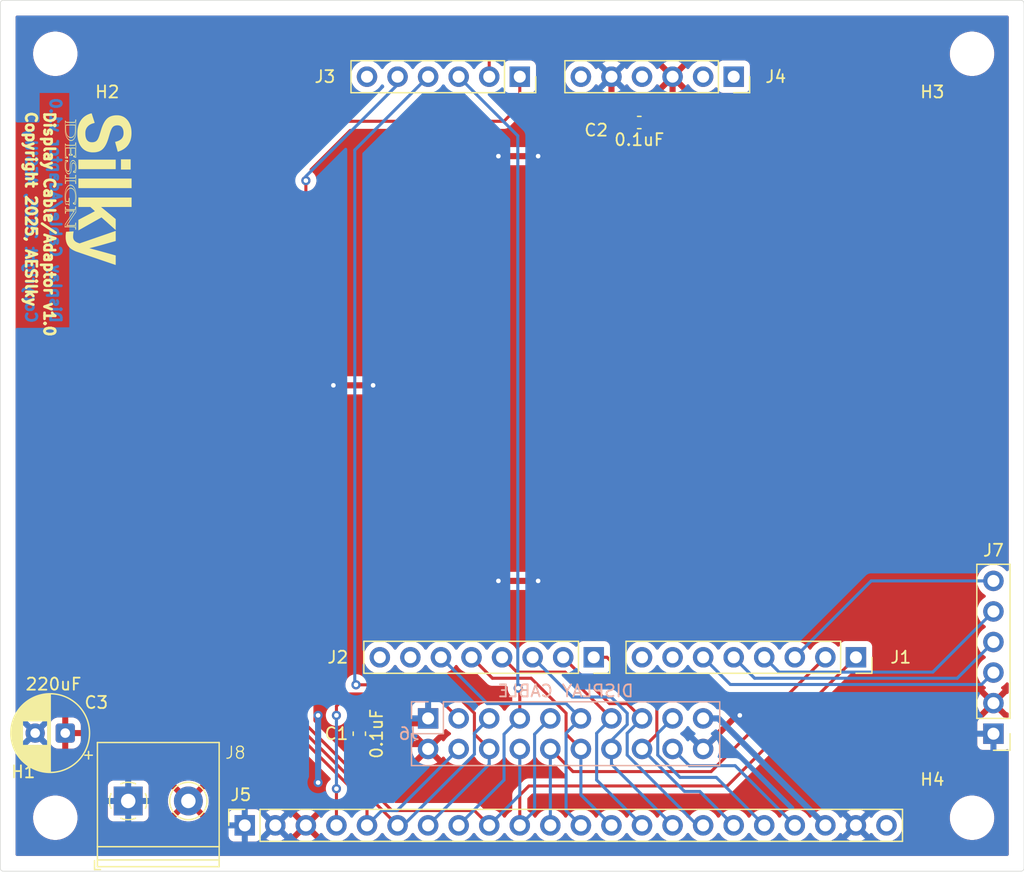
<source format=kicad_pcb>
(kicad_pcb (version 20241229) (generator "pcbnew") (generator_version "9.0")
  (title_block (title "Display Adapter & Cable Board") (date "2025-11-02") (rev "PR-1.0") (company "SilkyDESIGN") (comment 1 "Copyright 2025 AESilky"))
  (layers (0 "F.Cu" signal) (2 "B.Cu" signal) (13 "F.Paste" user) (15 "B.Paste" user) (5 "F.SilkS" user "F.Silkscreen") (7 "B.SilkS" user "B.Silkscreen") (1 "F.Mask" user) (3 "B.Mask" user) (25 "Edge.Cuts" user))
  (net 0 "")
  (net 1 "+5V")
  (net 2 "GND")
  (net 3 "/D1")
  (net 4 "/SPI_SEL-")
  (net 5 "/SPI_MISO")
  (net 7 "/D0")
  (net 8 "/SPI_CLK")
  (net 10 "/SPI_MOSI")
  (net 11 "/D4")
  (net 12 "/D6")
  (net 13 "/D2")
  (net 14 "/D7")
  (net 15 "/D3")
  (net 16 "/D5")
  (net 17 "/WR-")
  (net 18 "/DISPSEL-")
  (net 19 "/REGSEL")
  (net 20 "/RD-")
  (net 21 "/RESET-")
  (net 23 "+3.3V")
  (net 25 "/CONTV0")
  (net 26 "/CONTPWR")
  (net 27 "/FONT1")
  (net 28 "/BLPWR")
  (footprint "MountingHole:MountingHole_3.2mm_M3" (layer "F.Cu") (at 149.352 139.065)
    (property "Reference" "H4" (at -3.302 -3.175 0) (layer "F.SilkS"))
    (property "Value" "MountingHole" (hide yes))
    (pad "" np_thru_hole circle (at 0 0) (size 3.2 3.2) (drill 3.2) (layers "*.Cu" "*.Mask"))
  )
  (footprint "MountingHole:MountingHole_3.2mm_M3" (layer "F.Cu") (at 73.152 139.065)
    (property "Reference" "H1" (at -2.667 -3.81 0) (layer "F.SilkS"))
    (property "Value" "MountingHole" (hide yes))
    (pad "" np_thru_hole circle (at 0 0) (size 3.2 3.2) (drill 3.2) (layers "*.Cu" "*.Mask"))
  )
  (footprint "Connector_PinSocket_2.54mm:PinSocket_1x06_P2.54mm_Vertical" (layer "F.Cu") (at 111.76 77.47 -90)
    (property "Reference" "J3" (at 0 15.24 0) (layer "F.SilkS") (effects (justify right)))
    (property "Value" "CONN 1x6 Socket" (hide yes))
    (pad "1" thru_hole rect (at 0 0 270) (size 1.7 1.7) (drill 1) (layers "*.Cu" "*.Mask") (net 20 "/RD-"))
    (pad "2" thru_hole circle (at 0 2.54 270) (size 1.7 1.7) (drill 1) (layers "*.Cu" "*.Mask") (net 17 "/WR-"))
    (pad "3" thru_hole circle (at 0 5.079999 270) (size 1.7 1.7) (drill 1) (layers "*.Cu" "*.Mask") (net 19 "/REGSEL"))
    (pad "4" thru_hole circle (at 0 7.62 270) (size 1.7 1.7) (drill 1) (layers "*.Cu" "*.Mask") (net 18 "/DISPSEL-"))
    (pad "5" thru_hole circle (at 0 10.16 270) (size 1.7 1.7) (drill 1) (layers "*.Cu" "*.Mask") (net 21 "/RESET-"))
    (pad "6" thru_hole circle (at 0 12.7 270) (size 1.7 1.7) (drill 1) (layers "*.Cu" "*.Mask"))
  )
  (footprint "AES_Library:AES-TermBlock-2POS-5mm-Horz" (layer "F.Cu") (at 79.1918 137.7628)
    (property "Reference" "J8" (at 8.9316 -4.1032 0) (layer "F.SilkS") (effects (font (thickness 0.1))))
    (property "Value" "Screw_Terminal_01x02" (hide yes))
    (pad "1" thru_hole rect (at 0.02 -0.09) (size 2.4 2.4) (drill 1.2) (layers "*.Cu" "*.Mask") (net 2 "GND"))
    (pad "2" thru_hole circle (at 5.02 -0.09) (size 2.4 2.4) (drill 1.2) (layers "*.Cu" "*.Mask") (net 1 "+5V"))
  )
  (footprint "Connector_PinSocket_2.54mm:PinSocket_1x06_P2.54mm_Vertical" (layer "F.Cu") (at 129.54 77.47 -90)
    (property "Reference" "J4" (at 0 -2.54 180) (layer "F.SilkS") (effects (justify left)))
    (property "Value" "CONN 1x6 Socket" (hide yes))
    (pad "1" thru_hole rect (at 0 0 270) (size 1.7 1.7) (drill 1) (layers "*.Cu" "*.Mask"))
    (pad "2" thru_hole circle (at 0 2.54 270) (size 1.7 1.7) (drill 1) (layers "*.Cu" "*.Mask") (net 23 "+3.3V"))
    (pad "3" thru_hole circle (at 0 5.079999 270) (size 1.7 1.7) (drill 1) (layers "*.Cu" "*.Mask") (net 1 "+5V"))
    (pad "4" thru_hole circle (at 0 7.62 270) (size 1.7 1.7) (drill 1) (layers "*.Cu" "*.Mask"))
    (pad "5" thru_hole circle (at 0 10.16 270) (size 1.7 1.7) (drill 1) (layers "*.Cu" "*.Mask") (net 2 "GND"))
    (pad "6" thru_hole circle (at 0 12.7 270) (size 1.7 1.7) (drill 1) (layers "*.Cu" "*.Mask"))
  )
  (footprint "MountingHole:MountingHole_3.2mm_M3" (layer "F.Cu") (at 73.152 75.565)
    (property "Reference" "H2" (at 4.318 3.175 0) (layer "F.SilkS"))
    (property "Value" "MountingHole" (hide yes))
    (pad "" np_thru_hole circle (at 0 0) (size 3.2 3.2) (drill 3.2) (layers "*.Cu" "*.Mask"))
  )
  (footprint "MountingHole:MountingHole_3.2mm_M3" (layer "F.Cu") (at 149.352 75.565)
    (property "Reference" "H3" (at -3.302 3.175 0) (layer "F.SilkS"))
    (property "Value" "MountingHole" (hide yes))
    (pad "" np_thru_hole circle (at 0 0) (size 3.2 3.2) (drill 3.2) (layers "*.Cu" "*.Mask"))
  )
  (footprint "Capacitor_THT:CP_Radial_D6.3mm_P2.50mm" (layer "F.Cu") (at 73.97878 132.0292 180)
    (property "Reference" "C3" (at -2.58 2.54 180) (layer "F.SilkS"))
    (property "Value" "220uF" (at 0.976 4.064 0) (layer "F.SilkS"))
    (pad "1" thru_hole roundrect (at 0 0 180) (size 1.6 1.6) (drill 0.8) (layers "*.Cu" "*.Mask") (roundrect_rratio 0.15625) (net 1 "+5V"))
    (pad "2" thru_hole circle (at 2.5 0 180) (size 1.6 1.6) (drill 0.8) (layers "*.Cu" "*.Mask") (net 2 "GND"))
  )
  (footprint "Connector_PinSocket_2.54mm:PinSocket_1x08_P2.54mm_Vertical" (layer "F.Cu") (at 139.7 125.73 -90)
    (property "Reference" "J1" (at 0 -2.77 180) (layer "F.SilkS") (effects (justify left)))
    (property "Value" "CONN 1x8 Socket" (hide yes))
    (pad "1" thru_hole rect (at 0 0 270) (size 1.7 1.7) (drill 1) (layers "*.Cu" "*.Mask") (net 7 "/D0"))
    (pad "2" thru_hole circle (at 0 2.54 270) (size 1.7 1.7) (drill 1) (layers "*.Cu" "*.Mask") (net 3 "/D1"))
    (pad "3" thru_hole circle (at 0 5.079999 270) (size 1.7 1.7) (drill 1) (layers "*.Cu" "*.Mask") (net 4 "/SPI_SEL-"))
    (pad "4" thru_hole circle (at 0 7.62 270) (size 1.7 1.7) (drill 1) (layers "*.Cu" "*.Mask") (net 10 "/SPI_MOSI"))
    (pad "5" thru_hole circle (at 0 10.16 270) (size 1.7 1.7) (drill 1) (layers "*.Cu" "*.Mask") (net 5 "/SPI_MISO"))
    (pad "6" thru_hole circle (at 0 12.7 270) (size 1.7 1.7) (drill 1) (layers "*.Cu" "*.Mask") (net 8 "/SPI_CLK"))
    (pad "7" thru_hole circle (at 0 15.24 270) (size 1.7 1.7) (drill 1) (layers "*.Cu" "*.Mask"))
    (pad "8" thru_hole circle (at 0 17.780001 270) (size 1.7 1.7) (drill 1) (layers "*.Cu" "*.Mask"))
  )
  (footprint "Capacitor_SMD:C_0603_1608Metric_Pad1.08x0.95mm_HandSolder" (layer "F.Cu") (at 121.6925 81.28)
    (property "Reference" "C2" (at -3.5825 0.635 0) (layer "F.SilkS"))
    (property "Value" "0.1uF" (at 0 1.43 0) (layer "F.SilkS"))
    (pad "1" smd roundrect (at -0.8625 0) (size 1.075 0.95) (layers "F.Cu" "F.Mask" "F.Paste") (net 2 "GND"))
    (pad "2" smd roundrect (at 0.8625 0) (size 1.075 0.95) (layers "F.Cu" "F.Mask" "F.Paste") (net 1 "+5V"))
  )
  (footprint "Connector_PinSocket_2.54mm:PinSocket_1x22_P2.54mm_Vertical" (layer "F.Cu") (at 88.9 139.7 90)
    (property "Reference" "J5" (at 2.54 0.635 180) (layer "F.SilkS") (effects (justify right)))
    (property "Value" "CONN 1x22 SOCKET" (hide yes))
    (pad "1" thru_hole rect (at 0 0 90) (size 1.7 1.7) (drill 1) (layers "*.Cu" "*.Mask") (net 2 "GND"))
    (pad "2" thru_hole circle (at 0 2.54 90) (size 1.7 1.7) (drill 1) (layers "*.Cu" "*.Mask") (net 2 "GND"))
    (pad "3" thru_hole circle (at 0 5.079999 90) (size 1.7 1.7) (drill 1) (layers "*.Cu" "*.Mask") (net 1 "+5V"))
    (pad "4" thru_hole circle (at 0 7.62 90) (size 1.7 1.7) (drill 1) (layers "*.Cu" "*.Mask") (net 25 "/CONTV0"))
    (pad "5" thru_hole circle (at 0 10.16 90) (size 1.7 1.7) (drill 1) (layers "*.Cu" "*.Mask") (net 17 "/WR-"))
    (pad "6" thru_hole circle (at 0 12.7 90) (size 1.7 1.7) (drill 1) (layers "*.Cu" "*.Mask") (net 20 "/RD-"))
    (pad "7" thru_hole circle (at 0 15.24 90) (size 1.7 1.7) (drill 1) (layers "*.Cu" "*.Mask") (net 18 "/DISPSEL-"))
    (pad "8" thru_hole circle (at 0 17.780001 90) (size 1.7 1.7) (drill 1) (layers "*.Cu" "*.Mask") (net 19 "/REGSEL"))
    (pad "9" thru_hole circle (at 0 20.32 90) (size 1.7 1.7) (drill 1) (layers "*.Cu" "*.Mask") (net 21 "/RESET-"))
    (pad "10" thru_hole circle (at 0 22.86 90) (size 1.7 1.7) (drill 1) (layers "*.Cu" "*.Mask") (net 7 "/D0"))
    (pad "11" thru_hole circle (at 0 25.4 90) (size 1.7 1.7) (drill 1) (layers "*.Cu" "*.Mask") (net 3 "/D1"))
    (pad "12" thru_hole circle (at 0 27.939999 90) (size 1.7 1.7) (drill 1) (layers "*.Cu" "*.Mask") (net 13 "/D2"))
    (pad "13" thru_hole circle (at 0 30.48 90) (size 1.7 1.7) (drill 1) (layers "*.Cu" "*.Mask") (net 15 "/D3"))
    (pad "14" thru_hole circle (at 0 33.02 90) (size 1.7 1.7) (drill 1) (layers "*.Cu" "*.Mask") (net 11 "/D4"))
    (pad "15" thru_hole circle (at 0 35.56 90) (size 1.7 1.7) (drill 1) (layers "*.Cu" "*.Mask") (net 16 "/D5"))
    (pad "16" thru_hole circle (at 0 38.099999 90) (size 1.7 1.7) (drill 1) (layers "*.Cu" "*.Mask") (net 12 "/D6"))
    (pad "17" thru_hole circle (at 0 40.640001 90) (size 1.7 1.7) (drill 1) (layers "*.Cu" "*.Mask") (net 14 "/D7"))
    (pad "18" thru_hole circle (at 0 43.18 90) (size 1.7 1.7) (drill 1) (layers "*.Cu" "*.Mask") (net 27 "/FONT1"))
    (pad "19" thru_hole circle (at 0 45.72 90) (size 1.7 1.7) (drill 1) (layers "*.Cu" "*.Mask") (net 26 "/CONTPWR"))
    (pad "20" thru_hole circle (at 0 48.26 90) (size 1.7 1.7) (drill 1) (layers "*.Cu" "*.Mask") (net 28 "/BLPWR"))
    (pad "21" thru_hole circle (at 0 50.799999 90) (size 1.7 1.7) (drill 1) (layers "*.Cu" "*.Mask") (net 2 "GND"))
    (pad "22" thru_hole circle (at 0 53.34 90) (size 1.7 1.7) (drill 1) (layers "*.Cu" "*.Mask"))
  )
  (footprint "Capacitor_SMD:C_0603_1608Metric_Pad1.08x0.95mm_HandSolder" (layer "F.Cu") (at 98.425 132.08 90)
    (property "Reference" "C1" (at 0 -1.905 0) (layer "F.SilkS"))
    (property "Value" "0.1uF" (at 0 1.43 90) (layer "F.SilkS"))
    (pad "1" smd roundrect (at -0.862501 0 90) (size 1.075 0.95) (layers "F.Cu" "F.Mask" "F.Paste") (net 1 "+5V"))
    (pad "2" smd roundrect (at 0.862501 0 90) (size 1.075 0.95) (layers "F.Cu" "F.Mask" "F.Paste") (net 2 "GND"))
  )
  (footprint "Connector_PinSocket_2.54mm:PinSocket_1x08_P2.54mm_Vertical" (layer "F.Cu") (at 117.9068 125.73 -90)
    (property "Reference" "J2" (at 0 20.32 180) (layer "F.SilkS") (effects (justify right)))
    (property "Value" "CONN 1x8 Socket" (hide yes))
    (pad "1" thru_hole rect (at 0 0 270) (size 1.7 1.7) (drill 1) (layers "*.Cu" "*.Mask") (net 14 "/D7"))
    (pad "2" thru_hole circle (at 0 2.54 270) (size 1.7 1.7) (drill 1) (layers "*.Cu" "*.Mask") (net 12 "/D6"))
    (pad "3" thru_hole circle (at 0 5.079999 270) (size 1.7 1.7) (drill 1) (layers "*.Cu" "*.Mask") (net 16 "/D5"))
    (pad "4" thru_hole circle (at 0 7.62 270) (size 1.7 1.7) (drill 1) (layers "*.Cu" "*.Mask") (net 11 "/D4"))
    (pad "5" thru_hole circle (at 0 10.16 270) (size 1.7 1.7) (drill 1) (layers "*.Cu" "*.Mask") (net 15 "/D3"))
    (pad "6" thru_hole circle (at 0 12.7 270) (size 1.7 1.7) (drill 1) (layers "*.Cu" "*.Mask") (net 13 "/D2"))
    (pad "7" thru_hole circle (at 0 15.24 270) (size 1.7 1.7) (drill 1) (layers "*.Cu" "*.Mask"))
    (pad "8" thru_hole circle (at 0 17.780001 270) (size 1.7 1.7) (drill 1) (layers "*.Cu" "*.Mask"))
  )
  (footprint "Connector_PinHeader_2.54mm:PinHeader_1x06_P2.54mm_Vertical" (layer "F.Cu") (at 151.13 132.08 180)
    (property "Reference" "J7" (at 0 15.24 0) (layer "F.SilkS"))
    (property "Value" "CONN 1x6 HDR" (hide yes))
    (pad "1" thru_hole rect (at 0 0 180) (size 1.7 1.7) (drill 1) (layers "*.Cu" "*.Mask") (net 2 "GND"))
    (pad "2" thru_hole circle (at 0 2.54 180) (size 1.7 1.7) (drill 1) (layers "*.Cu" "*.Mask") (net 1 "+5V"))
    (pad "3" thru_hole circle (at 0 5.079999 180) (size 1.7 1.7) (drill 1) (layers "*.Cu" "*.Mask") (net 8 "/SPI_CLK"))
    (pad "4" thru_hole circle (at 0 7.62 180) (size 1.7 1.7) (drill 1) (layers "*.Cu" "*.Mask") (net 5 "/SPI_MISO"))
    (pad "5" thru_hole circle (at 0 10.16 180) (size 1.7 1.7) (drill 1) (layers "*.Cu" "*.Mask") (net 10 "/SPI_MOSI"))
    (pad "6" thru_hole circle (at 0 12.7 180) (size 1.7 1.7) (drill 1) (layers "*.Cu" "*.Mask") (net 4 "/SPI_SEL-"))
  )
  (footprint "AES_Library:SILKY-DESIGN-logo-0_50-AES" (layer "F.Cu") (at 76.708 86.868 -90)
    (property "Reference" "G***" (hide yes))
    (property "Value" "LOGO" (hide yes))
  )
  (footprint "Connector_PinHeader_2.54mm:PinHeader_2x10_P2.54mm_Vertical" (layer "B.Cu") (at 104.14 130.81 -90)
    (property "Reference" "J6" (at 1.27 2.54 0) (layer "B.SilkS") (effects (justify right mirror)))
    (property "Value" "HDR 2x10 Pin" (hide yes))
    (property "Function" "DISPLAY CABLE" (at -2.286 -11.43 0) (layer "B.SilkS") (effects (justify mirror)))
    (pad "1" thru_hole rect (at 0 0 270) (size 1.7 1.7) (drill 1) (layers "*.Cu" "*.Mask") (net 2 "GND"))
    (pad "2" thru_hole circle (at 2.54 0 270) (size 1.7 1.7) (drill 1) (layers "*.Cu" "*.Mask") (net 1 "+5V"))
    (pad "3" thru_hole circle (at 0 -2.54 270) (size 1.7 1.7) (drill 1) (layers "*.Cu" "*.Mask") (net 25 "/CONTV0"))
    (pad "4" thru_hole circle (at 2.54 -2.54 270) (size 1.7 1.7) (drill 1) (layers "*.Cu" "*.Mask") (net 17 "/WR-"))
    (pad "5" thru_hole circle (at 0 -5.079999 270) (size 1.7 1.7) (drill 1) (layers "*.Cu" "*.Mask") (net 20 "/RD-"))
    (pad "6" thru_hole circle (at 2.54 -5.08 270) (size 1.7 1.7) (drill 1) (layers "*.Cu" "*.Mask") (net 18 "/DISPSEL-"))
    (pad "7" thru_hole circle (at 0 -7.62 270) (size 1.7 1.7) (drill 1) (layers "*.Cu" "*.Mask") (net 19 "/REGSEL"))
    (pad "8" thru_hole circle (at 2.54 -7.62 270) (size 1.7 1.7) (drill 1) (layers "*.Cu" "*.Mask") (net 21 "/RESET-"))
    (pad "9" thru_hole circle (at 0 -10.16 270) (size 1.7 1.7) (drill 1) (layers "*.Cu" "*.Mask") (net 7 "/D0"))
    (pad "10" thru_hole circle (at 2.54 -10.16 270) (size 1.7 1.7) (drill 1) (layers "*.Cu" "*.Mask") (net 3 "/D1"))
    (pad "11" thru_hole circle (at 0 -12.7 270) (size 1.7 1.7) (drill 1) (layers "*.Cu" "*.Mask") (net 13 "/D2"))
    (pad "12" thru_hole circle (at 2.54 -12.7 270) (size 1.7 1.7) (drill 1) (layers "*.Cu" "*.Mask") (net 15 "/D3"))
    (pad "13" thru_hole circle (at 0 -15.24 270) (size 1.7 1.7) (drill 1) (layers "*.Cu" "*.Mask") (net 11 "/D4"))
    (pad "14" thru_hole circle (at 2.54 -15.24 270) (size 1.7 1.7) (drill 1) (layers "*.Cu" "*.Mask") (net 16 "/D5"))
    (pad "15" thru_hole circle (at 0 -17.780001 270) (size 1.7 1.7) (drill 1) (layers "*.Cu" "*.Mask") (net 12 "/D6"))
    (pad "16" thru_hole circle (at 2.54 -17.78 270) (size 1.7 1.7) (drill 1) (layers "*.Cu" "*.Mask") (net 14 "/D7"))
    (pad "17" thru_hole circle (at 0 -20.32 270) (size 1.7 1.7) (drill 1) (layers "*.Cu" "*.Mask") (net 27 "/FONT1"))
    (pad "18" thru_hole circle (at 2.54 -20.32 270) (size 1.7 1.7) (drill 1) (layers "*.Cu" "*.Mask") (net 26 "/CONTPWR"))
    (pad "19" thru_hole circle (at 0 -22.86 270) (size 1.7 1.7) (drill 1) (layers "*.Cu" "*.Mask") (net 28 "/BLPWR"))
    (pad "20" thru_hole circle (at 2.54 -22.86 270) (size 1.7 1.7) (drill 1) (layers "*.Cu" "*.Mask") (net 2 "GND"))
  )
  (gr_arc (start 153.67 143.256) (mid 153.595605 143.435605) (end 153.416 143.51) (stroke (width 0.05)) (layer "Edge.Cuts"))
  (gr_line (start 68.834 71.12) (end 153.416 71.12) (stroke (width 0.05)) (layer "Edge.Cuts"))
  (gr_arc (start 153.416 71.12) (mid 153.595605 71.194395) (end 153.67 71.374) (stroke (width 0.05)) (layer "Edge.Cuts"))
  (gr_arc (start 68.834 143.51) (mid 68.654395 143.435605) (end 68.58 143.256) (stroke (width 0.05)) (layer "Edge.Cuts"))
  (gr_arc (start 68.58 71.374) (mid 68.654395 71.194395) (end 68.834 71.12) (stroke (width 0.05)) (layer "Edge.Cuts"))
  (gr_line (start 153.416 143.51) (end 68.834 143.51) (stroke (width 0.05)) (layer "Edge.Cuts"))
  (gr_line (start 68.58 143.256) (end 68.58 71.374) (stroke (width 0.05)) (layer "Edge.Cuts"))
  (gr_line (start 153.67 71.374) (end 153.67 143.256) (stroke (width 0.05)) (layer "Edge.Cuts"))
  (gr_text "Display Cable/Adaptor v1.0" (at 72.644 98.044 270) (layer "B.Cu") (effects (font (size 0.889 0.889) (thickness 0.22225) (bold yes)) (justify left bottom mirror)))
  (gr_text "Copyright 2025, AESilky" (at 70.612 98.044 270) (layer "B.Cu") (effects (font (size 0.889 0.889) (thickness 0.22225) (bold yes)) (justify left bottom mirror)))
  (gr_text "Copyright 2025, AESilky" (at 70.612 80.264 270) (layer "F.SilkS") (effects (font (size 0.889 0.889) (thickness 0.22225) (bold yes)) (justify left bottom)))
  (gr_text "Display Cable/Adaptor v1.0" (at 72.136 80.264 270) (layer "F.SilkS") (effects (font (size 0.889 0.889) (thickness 0.22225) (bold yes)) (justify left bottom)))
  (segment (start 103.732501 132.942501) (end 104.14 133.35) (width 0.508) (layer "F.Cu") (net 1))
  (segment (start 124.46 80.645) (end 124.460001 77.47) (width 0.508) (layer "F.Cu") (net 1))
  (segment (start 98.425 132.942501) (end 103.732501 132.942501) (width 0.508) (layer "F.Cu") (net 1))
  (segment (start 122.555 81.28) (end 123.825 81.28) (width 0.508) (layer "F.Cu") (net 1))
  (segment (start 123.825 81.28) (end 124.46 80.645) (width 0.508) (layer "F.Cu") (net 1))
  (via (at 94.996 136.144) (size 0.762) (drill 0.381) (layers "F.Cu" "B.Cu") (net 1))
  (via (at 94.996 130.556) (size 0.762) (drill 0.381) (layers "F.Cu" "B.Cu") (net 1))
  (segment (start 94.996 130.556) (end 94.996 136.144) (width 0.508) (layer "B.Cu") (net 1))
  (segment (start 99.568 103.124) (end 96.266 103.124) (width 0.508) (layer "F.Cu") (net 2))
  (segment (start 120.142 81.28) (end 119.38 80.518) (width 0.508) (layer "F.Cu") (net 2))
  (segment (start 129.794 130.556) (end 127 133.35) (width 0.508) (layer "F.Cu") (net 2))
  (segment (start 130.048 130.556) (end 129.794 130.556) (width 0.508) (layer "F.Cu") (net 2))
  (segment (start 113.284 84.074) (end 109.982 84.074) (width 0.508) (layer "F.Cu") (net 2))
  (segment (start 119.38 80.518) (end 119.38 77.47) (width 0.508) (layer "F.Cu") (net 2))
  (segment (start 103.732501 131.217499) (end 104.14 130.81) (width 0.508) (layer "F.Cu") (net 2))
  (segment (start 120.83 81.28) (end 120.142 81.28) (width 0.508) (layer "F.Cu") (net 2))
  (segment (start 98.425 131.217499) (end 103.732501 131.217499) (width 0.508) (layer "F.Cu") (net 2))
  (segment (start 113.284 119.38) (end 109.982 119.38) (width 0.508) (layer "F.Cu") (net 2))
  (via (at 99.568 103.124) (size 0.762) (drill 0.381) (layers "F.Cu" "B.Cu") (net 2))
  (via (at 96.266 103.124) (size 0.762) (drill 0.381) (layers "F.Cu" "B.Cu") (net 2))
  (via (at 130.048 130.556) (size 0.762) (drill 0.381) (layers "F.Cu" "B.Cu") (net 2))
  (via (at 113.284 84.074) (size 0.762) (drill 0.381) (layers "F.Cu" "B.Cu") (net 2))
  (via (at 109.982 119.38) (size 0.762) (drill 0.381) (layers "F.Cu" "B.Cu") (net 2))
  (via (at 109.982 84.074) (size 0.762) (drill 0.381) (layers "F.Cu" "B.Cu") (net 2))
  (via (at 113.284 119.38) (size 0.762) (drill 0.381) (layers "F.Cu" "B.Cu") (net 2))
  (segment (start 127.6604 135.2296) (end 116.1796 135.2296) (width 0.254) (layer "F.Cu") (net 3))
  (segment (start 116.1796 135.2296) (end 114.3 133.35) (width 0.254) (layer "F.Cu") (net 3))
  (segment (start 137.16 125.73) (end 127.6604 135.2296) (width 0.254) (layer "F.Cu") (net 3))
  (segment (start 114.3 139.7) (end 114.3 133.35) (width 0.254) (layer "B.Cu") (net 3))
  (segment (start 134.620001 125.73) (end 140.970001 119.38) (width 0.254) (layer "B.Cu") (net 4))
  (segment (start 140.970001 119.38) (end 151.13 119.38) (width 0.254) (layer "B.Cu") (net 4))
  (segment (start 131.281 127.471) (end 148.119 127.471) (width 0.254) (layer "B.Cu") (net 5))
  (segment (start 129.54 125.73) (end 131.281 127.471) (width 0.254) (layer "B.Cu") (net 5))
  (segment (start 148.119 127.471) (end 151.13 124.46) (width 0.254) (layer "B.Cu") (net 5))
  (segment (start 139.7 125.73) (end 129.0066 136.4234) (width 0.254) (layer "F.Cu") (net 7))
  (segment (start 129.0066 136.4234) (end 112.522 136.4234) (width 0.254) (layer "F.Cu") (net 7))
  (segment (start 112.522 136.4234) (end 111.76 137.1854) (width 0.254) (layer "F.Cu") (net 7))
  (segment (start 111.76 137.1854) (end 111.76 139.7) (width 0.254) (layer "F.Cu") (net 7))
  (segment (start 112.992 132.118) (end 114.3 130.81) (width 0.254) (layer "B.Cu") (net 7))
  (segment (start 111.76 139.7) (end 112.992 138.468) (width 0.254) (layer "B.Cu") (net 7))
  (segment (start 112.992 138.468) (end 112.992 132.118) (width 0.254) (layer "B.Cu") (net 7))
  (segment (start 129.2606 127.9906) (end 150.139401 127.9906) (width 0.254) (layer "B.Cu") (net 8))
  (segment (start 127 125.73) (end 129.2606 127.9906) (width 0.254) (layer "B.Cu") (net 8))
  (segment (start 150.139401 127.9906) (end 151.13 127.000001) (width 0.254) (layer "B.Cu") (net 8))
  (segment (start 132.08 125.73) (end 133.312 126.962) (width 0.254) (layer "B.Cu") (net 10))
  (segment (start 146.088 126.962) (end 151.13 121.92) (width 0.254) (layer "B.Cu") (net 10))
  (segment (start 133.312 126.962) (end 146.088 126.962) (width 0.254) (layer "B.Cu") (net 10))
  (segment (start 110.2868 125.73) (end 111.5188 126.962) (width 0.254) (layer "F.Cu") (net 11))
  (segment (start 115.532 126.962) (end 119.38 130.81) (width 0.254) (layer "F.Cu") (net 11))
  (segment (start 111.5188 126.962) (end 115.532 126.962) (width 0.254) (layer "F.Cu") (net 11))
  (segment (start 118.148 132.042) (end 119.38 130.81) (width 0.254) (layer "B.Cu") (net 11))
  (segment (start 121.92 139.7) (end 118.148 135.928) (width 0.254) (layer "B.Cu") (net 11))
  (segment (start 118.148 135.928) (end 118.148 132.042) (width 0.254) (layer "B.Cu") (net 11))
  (segment (start 115.3668 125.73) (end 119.2148 129.578) (width 0.254) (layer "F.Cu") (net 12))
  (segment (start 119.2148 129.578) (end 120.688001 129.578) (width 0.254) (layer "F.Cu") (net 12))
  (segment (start 120.688001 129.578) (end 121.920001 130.81) (width 0.254) (layer "F.Cu") (net 12))
  (segment (start 126.999999 139.7) (end 126.527688 139.7) (width 0.254) (layer "B.Cu") (net 12))
  (segment (start 120.688 132.042001) (end 121.920001 130.81) (width 0.254) (layer "B.Cu") (net 12))
  (segment (start 120.688 133.860312) (end 120.688 132.042001) (width 0.254) (layer "B.Cu") (net 12))
  (segment (start 126.527688 139.7) (end 120.688 133.860312) (width 0.254) (layer "B.Cu") (net 12))
  (segment (start 116.839999 139.7) (end 115.608 138.468001) (width 0.254) (layer "B.Cu") (net 13))
  (segment (start 115.608 129.578) (end 116.84 130.81) (width 0.254) (layer "B.Cu") (net 13))
  (segment (start 105.2068 125.73) (end 109.0548 129.578) (width 0.254) (layer "B.Cu") (net 13))
  (segment (start 115.608 132.042) (end 116.84 130.81) (width 0.254) (layer "B.Cu") (net 13))
  (segment (start 115.608 138.468001) (end 115.608 132.042) (width 0.254) (layer "B.Cu") (net 13))
  (segment (start 109.0548 129.578) (end 115.608 129.578) (width 0.254) (layer "B.Cu") (net 13))
  (segment (start 123.152001 129.871201) (end 123.152001 132.117999) (width 0.254) (layer "F.Cu") (net 14))
  (segment (start 117.9068 125.73) (end 119.0108 125.73) (width 0.254) (layer "F.Cu") (net 14))
  (segment (start 123.152001 132.117999) (end 121.92 133.35) (width 0.254) (layer "F.Cu") (net 14))
  (segment (start 119.0108 125.73) (end 123.152001 129.871201) (width 0.254) (layer "F.Cu") (net 14))
  (segment (start 126.720601 136.8806) (end 125.4506 136.8806) (width 0.254) (layer "B.Cu") (net 14))
  (segment (start 125.4506 136.8806) (end 121.92 133.35) (width 0.254) (layer "B.Cu") (net 14))
  (segment (start 129.540001 139.7) (end 126.720601 136.8806) (width 0.254) (layer "B.Cu") (net 14))
  (segment (start 115.608 130.375688) (end 115.608 132.118) (width 0.254) (layer "F.Cu") (net 15))
  (segment (start 109.4878 127.471) (end 112.703312 127.471) (width 0.254) (layer "F.Cu") (net 15))
  (segment (start 107.7468 125.73) (end 109.4878 127.471) (width 0.254) (layer "F.Cu") (net 15))
  (segment (start 112.703312 127.471) (end 115.608 130.375688) (width 0.254) (layer "F.Cu") (net 15))
  (segment (start 115.608 132.118) (end 116.84 133.35) (width 0.254) (layer "F.Cu") (net 15))
  (segment (start 116.84 137.16) (end 116.84 133.35) (width 0.254) (layer "B.Cu") (net 15))
  (segment (start 119.38 139.7) (end 116.84 137.16) (width 0.254) (layer "B.Cu") (net 15))
  (segment (start 119.38 132.630167) (end 119.38 133.35) (width 0.254) (layer "B.Cu") (net 16))
  (segment (start 113.5126 125.73) (end 112.826801 125.73) (width 0.254) (layer "B.Cu") (net 16))
  (segment (start 124.46 139.7) (end 119.38 134.62) (width 0.254) (layer "B.Cu") (net 16))
  (segment (start 112.826801 125.73) (end 116.128801 129.032) (width 0.254) (layer "B.Cu") (net 16))
  (segment (start 116.128801 129.032) (end 119.344312 129.032) (width 0.254) (layer "B.Cu") (net 16))
  (segment (start 120.688001 130.375689) (end 120.688001 131.322166) (width 0.254) (layer "B.Cu") (net 16))
  (segment (start 120.688001 131.322166) (end 119.38 132.630167) (width 0.254) (layer "B.Cu") (net 16))
  (segment (start 119.344312 129.032) (end 120.688001 130.375689) (width 0.254) (layer "B.Cu") (net 16))
  (segment (start 119.38 134.62) (end 119.38 133.35) (width 0.254) (layer "B.Cu") (net 16))
  (segment (start 108.0008 74.2696) (end 109.2708 75.5396) (width 0.254) (layer "F.Cu") (net 17))
  (segment (start 99.06 139.7) (end 99.06 137.922) (width 0.254) (layer "F.Cu") (net 17))
  (segment (start 109.2708 75.5396) (end 109.22 75.5904) (width 0.254) (layer "F.Cu") (net 17))
  (segment (start 92.202 131.064) (end 92.202 77.8764) (width 0.254) (layer "F.Cu") (net 17))
  (segment (start 109.22 75.5904) (end 109.22 77.47) (width 0.254) (layer "F.Cu") (net 17))
  (segment (start 95.8088 74.2696) (end 108.0008 74.2696) (width 0.254) (layer "F.Cu") (net 17))
  (segment (start 92.202 77.8764) (end 95.8088 74.2696) (width 0.254) (layer "F.Cu") (net 17))
  (segment (start 99.06 137.922) (end 92.202 131.064) (width 0.254) (layer "F.Cu") (net 17))
  (segment (start 99.06 139.7) (end 100.292 138.468) (width 0.254) (layer "B.Cu") (net 17))
  (segment (start 101.562 138.468) (end 106.68 133.35) (width 0.254) (layer "B.Cu") (net 17))
  (segment (start 100.292 138.468) (end 101.562 138.468) (width 0.254) (layer "B.Cu") (net 17))
  (segment (start 98.1456 128.016) (end 105.628312 128.016) (width 0.254) (layer "F.Cu") (net 18))
  (segment (start 107.987999 132.117999) (end 109.22 133.35) (width 0.254) (layer "F.Cu") (net 18))
  (segment (start 105.628312 128.016) (end 107.987999 130.375687) (width 0.254) (layer "F.Cu") (net 18))
  (segment (start 107.987999 130.375687) (end 107.987999 132.117999) (width 0.254) (layer "F.Cu") (net 18))
  (via (at 98.1456 128.016) (size 0.762) (drill 0.381) (layers "F.Cu" "B.Cu") (net 18))
  (segment (start 98.1456 128.016) (end 98.044 127.9144) (width 0.254) (layer "B.Cu") (net 18))
  (segment (start 98.044 127.9144) (end 98.044 83.566) (width 0.254) (layer "B.Cu") (net 18))
  (segment (start 109.22 134.62) (end 109.22 133.35) (width 0.254) (layer "B.Cu") (net 18))
  (segment (start 98.044 83.566) (end 104.14 77.47) (width 0.254) (layer "B.Cu") (net 18))
  (segment (start 104.14 139.7) (end 109.22 134.62) (width 0.254) (layer "B.Cu") (net 18))
  (segment (start 111.633 128.2954) (end 111.76 128.4224) (width 0.254) (layer "F.Cu") (net 19))
  (segment (start 111.76 128.4224) (end 111.76 130.81) (width 0.254) (layer "F.Cu") (net 19))
  (via (at 111.633 128.2954) (size 0.762) (drill 0.381) (layers "F.Cu" "B.Cu") (net 19))
  (segment (start 110.452 132.118) (end 111.76 130.81) (width 0.254) (layer "B.Cu") (net 19))
  (segment (start 110.452 135.928001) (end 110.452 132.118) (width 0.254) (layer "B.Cu") (net 19))
  (segment (start 111.594801 82.3848) (end 111.594801 128.257201) (width 0.254) (layer "B.Cu") (net 19))
  (segment (start 111.594801 128.257201) (end 111.633 128.2954) (width 0.254) (layer "B.Cu") (net 19))
  (segment (start 106.680001 77.47) (end 111.594801 82.3848) (width 0.254) (layer "B.Cu") (net 19))
  (segment (start 106.680001 139.7) (end 110.452 135.928001) (width 0.254) (layer "B.Cu") (net 19))
  (segment (start 92.8878 130.9878) (end 92.8878 85.6488) (width 0.254) (layer "F.Cu") (net 20))
  (segment (start 101.6 139.7) (end 92.8878 130.9878) (width 0.254) (layer "F.Cu") (net 20))
  (segment (start 111.7092 79.9084) (end 111.7092 79.629) (width 0.254) (layer "F.Cu") (net 20))
  (segment (start 111.7092 79.629) (end 111.76 79.5782) (width 0.254) (layer "F.Cu") (net 20))
  (segment (start 92.8878 85.6488) (end 97.3582 81.1784) (width 0.254) (layer "F.Cu") (net 20))
  (segment (start 97.3582 81.1784) (end 110.4392 81.1784) (width 0.254) (layer "F.Cu") (net 20))
  (segment (start 110.4392 81.1784) (end 111.7092 79.9084) (width 0.254) (layer "F.Cu") (net 20))
  (segment (start 111.76 79.5782) (end 111.76 77.47) (width 0.254) (layer "F.Cu") (net 20))
  (segment (start 107.988 133.784312) (end 107.988 132.041999) (width 0.254) (layer "B.Cu") (net 20))
  (segment (start 101.6 139.7) (end 102.072312 139.7) (width 0.254) (layer "B.Cu") (net 20))
  (segment (start 107.988 132.041999) (end 109.219999 130.81) (width 0.254) (layer "B.Cu") (net 20))
  (segment (start 102.072312 139.7) (end 107.988 133.784312) (width 0.254) (layer "B.Cu") (net 20))
  (segment (start 93.98 86.106) (end 93.98 131.318) (width 0.254) (layer "F.Cu") (net 21))
  (segment (start 101.13 138.468) (end 107.988 138.468) (width 0.254) (layer "F.Cu") (net 21))
  (segment (start 107.988 138.468) (end 109.22 139.7) (width 0.254) (layer "F.Cu") (net 21))
  (segment (start 93.98 131.318) (end 101.13 138.468) (width 0.254) (layer "F.Cu") (net 21))
  (via (at 93.98 86.106) (size 0.762) (drill 0.381) (layers "F.Cu" "B.Cu") (net 21))
  (segment (start 93.98 86.106) (end 93.98 85.7504) (width 0.254) (layer "B.Cu") (net 21))
  (segment (start 109.22 139.7) (end 111.76 137.16) (width 0.254) (layer "B.Cu") (net 21))
  (segment (start 101.6 78.1304) (end 101.6 77.47) (width 0.254) (layer "B.Cu") (net 21))
  (segment (start 93.98 85.7504) (end 101.6 78.1304) (width 0.254) (layer "B.Cu") (net 21))
  (segment (start 111.76 137.16) (end 111.76 133.35) (width 0.254) (layer "B.Cu") (net 21))
  (segment (start 96.52 130.556) (end 96.52 129.794) (width 0.254) (layer "F.Cu") (net 25))
  (segment (start 97.536 128.778) (end 104.648 128.778) (width 0.254) (layer "F.Cu") (net 25))
  (segment (start 104.648 128.778) (end 106.68 130.81) (width 0.254) (layer "F.Cu") (net 25))
  (segment (start 96.52 139.7) (end 96.52 136.652) (width 0.254) (layer "F.Cu") (net 25))
  (segment (start 96.52 129.794) (end 97.536 128.778) (width 0.254) (layer "F.Cu") (net 25))
  (via (at 96.52 136.652) (size 0.762) (drill 0.381) (layers "F.Cu" "B.Cu") (net 25))
  (via (at 96.52 130.556) (size 0.762) (drill 0.381) (layers "F.Cu" "B.Cu") (net 25))
  (segment (start 96.52 136.652) (end 96.52 130.556) (width 0.254) (layer "B.Cu") (net 25))
  (segment (start 125.84948 134.73948) (end 124.46 133.35) (width 0.254) (layer "B.Cu") (net 26))
  (segment (start 134.62 139.7) (end 129.65948 134.73948) (width 0.254) (layer "B.Cu") (net 26))
  (segment (start 129.65948 134.73948) (end 125.84948 134.73948) (width 0.254) (layer "B.Cu") (net 26))
  (segment (start 125.079888 135.7122) (end 123.228 133.860312) (width 0.254) (layer "B.Cu") (net 27))
  (segment (start 123.228 133.860312) (end 123.228 132.042) (width 0.254) (layer "B.Cu") (net 27))
  (segment (start 128.0922 135.7122) (end 125.079888 135.7122) (width 0.254) (layer "B.Cu") (net 27))
  (segment (start 132.08 139.7) (end 128.0922 135.7122) (width 0.254) (layer "B.Cu") (net 27))
  (segment (start 123.228 132.042) (end 124.46 130.81) (width 0.254) (layer "B.Cu") (net 27))
  (segment (start 128.27 130.81) (end 127 130.81) (width 0.508) (layer "B.Cu") (net 28))
  (segment (start 137.16 139.7) (end 128.27 130.81) (width 0.508) (layer "B.Cu") (net 28))
  (zone (net 1) (net_name "+5V") (layer "F.Cu") (name "PWR") (connect_pads (clearance 0.5)) (min_thickness 0.25) (fill yes (thermal_gap 0.5) (thermal_bridge_width 0.5))
    (polygon (pts (xy 69.85 72.39) (xy 152.4 72.39) (xy 152.4 142.24) (xy 69.85 142.24)))
  )
  (zone (net 2) (net_name "GND") (layer "B.Cu") (name "GNDP") (priority 1) (connect_pads (clearance 0.5)) (min_thickness 0.25) (fill yes (thermal_gap 0.5) (thermal_bridge_width 0.5))
    (polygon (pts (xy 152.4 72.39) (xy 69.85 72.39) (xy 69.85 142.24) (xy 152.4 142.24)))
  )
)
</source>
